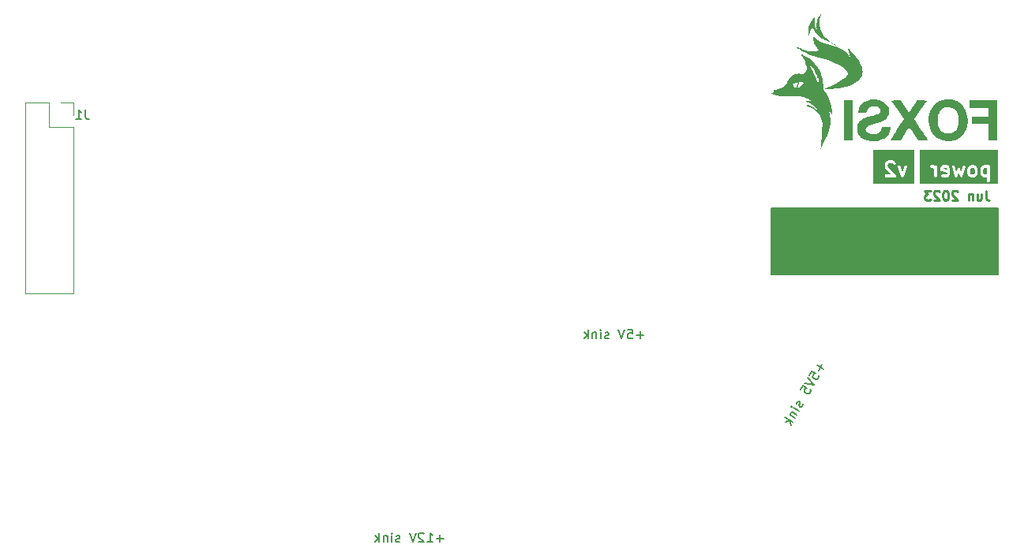
<source format=gbo>
%TF.GenerationSoftware,KiCad,Pcbnew,7.0.1-0*%
%TF.CreationDate,2023-07-14T11:12:34-05:00*%
%TF.ProjectId,power,706f7765-722e-46b6-9963-61645f706362,rev?*%
%TF.SameCoordinates,PXb5acc9ePY48ab840*%
%TF.FileFunction,Legend,Bot*%
%TF.FilePolarity,Positive*%
%FSLAX46Y46*%
G04 Gerber Fmt 4.6, Leading zero omitted, Abs format (unit mm)*
G04 Created by KiCad (PCBNEW 7.0.1-0) date 2023-07-14 11:12:34*
%MOMM*%
%LPD*%
G01*
G04 APERTURE LIST*
%ADD10C,0.150000*%
%ADD11C,0.304800*%
%ADD12C,0.254000*%
%ADD13C,0.120000*%
G04 APERTURE END LIST*
D10*
X-29718000Y-16382998D02*
X-5461000Y-16382998D01*
X-5461000Y-23494998D01*
X-29718000Y-23494998D01*
X-29718000Y-16382998D01*
G36*
X-29718000Y-16382998D02*
G01*
X-5461000Y-16382998D01*
X-5461000Y-23494998D01*
X-29718000Y-23494998D01*
X-29718000Y-16382998D01*
G37*
X-24303946Y-33101529D02*
X-24684898Y-33761358D01*
X-24164507Y-33621920D02*
X-24824336Y-33240968D01*
X-25697199Y-34276620D02*
X-25459104Y-33864227D01*
X-25459104Y-33864227D02*
X-25022901Y-34061083D01*
X-25022901Y-34061083D02*
X-25087950Y-34078513D01*
X-25087950Y-34078513D02*
X-25176809Y-34137182D01*
X-25176809Y-34137182D02*
X-25295856Y-34343379D01*
X-25295856Y-34343379D02*
X-25302236Y-34449667D01*
X-25302236Y-34449667D02*
X-25284806Y-34514716D01*
X-25284806Y-34514716D02*
X-25226137Y-34603574D01*
X-25226137Y-34603574D02*
X-25019941Y-34722622D01*
X-25019941Y-34722622D02*
X-24913652Y-34729001D01*
X-24913652Y-34729001D02*
X-24848604Y-34711571D01*
X-24848604Y-34711571D02*
X-24759745Y-34652902D01*
X-24759745Y-34652902D02*
X-24640698Y-34446706D01*
X-24640698Y-34446706D02*
X-24634318Y-34340418D01*
X-24634318Y-34340418D02*
X-24651748Y-34275369D01*
X-25863866Y-34565295D02*
X-25164507Y-35353971D01*
X-25164507Y-35353971D02*
X-26197199Y-35142646D01*
X-26601961Y-35843714D02*
X-26363866Y-35431321D01*
X-26363866Y-35431321D02*
X-25927663Y-35628177D01*
X-25927663Y-35628177D02*
X-25992712Y-35645607D01*
X-25992712Y-35645607D02*
X-26081571Y-35704276D01*
X-26081571Y-35704276D02*
X-26200618Y-35910472D01*
X-26200618Y-35910472D02*
X-26206998Y-36016760D01*
X-26206998Y-36016760D02*
X-26189568Y-36081809D01*
X-26189568Y-36081809D02*
X-26130899Y-36170668D01*
X-26130899Y-36170668D02*
X-25924703Y-36289715D01*
X-25924703Y-36289715D02*
X-25818414Y-36296095D01*
X-25818414Y-36296095D02*
X-25753366Y-36278665D01*
X-25753366Y-36278665D02*
X-25664507Y-36219996D01*
X-25664507Y-36219996D02*
X-25545460Y-36013800D01*
X-25545460Y-36013800D02*
X-25539080Y-35907511D01*
X-25539080Y-35907511D02*
X-25556510Y-35842463D01*
X-26372413Y-37350887D02*
X-26378793Y-37457176D01*
X-26378793Y-37457176D02*
X-26474031Y-37622133D01*
X-26474031Y-37622133D02*
X-26562890Y-37680802D01*
X-26562890Y-37680802D02*
X-26669178Y-37674422D01*
X-26669178Y-37674422D02*
X-26710417Y-37650613D01*
X-26710417Y-37650613D02*
X-26769086Y-37561754D01*
X-26769086Y-37561754D02*
X-26762706Y-37455466D01*
X-26762706Y-37455466D02*
X-26691278Y-37331748D01*
X-26691278Y-37331748D02*
X-26684898Y-37225460D01*
X-26684898Y-37225460D02*
X-26743567Y-37136602D01*
X-26743567Y-37136602D02*
X-26784806Y-37112792D01*
X-26784806Y-37112792D02*
X-26891095Y-37106412D01*
X-26891095Y-37106412D02*
X-26979953Y-37165082D01*
X-26979953Y-37165082D02*
X-27051382Y-37288799D01*
X-27051382Y-37288799D02*
X-27057761Y-37395088D01*
X-26759746Y-38117005D02*
X-27337096Y-37783671D01*
X-27625771Y-37617005D02*
X-27560722Y-37599575D01*
X-27560722Y-37599575D02*
X-27543292Y-37664624D01*
X-27543292Y-37664624D02*
X-27608341Y-37682053D01*
X-27608341Y-37682053D02*
X-27625771Y-37617005D01*
X-27625771Y-37617005D02*
X-27543292Y-37664624D01*
X-27575191Y-38196064D02*
X-26997841Y-38529397D01*
X-27492712Y-38243683D02*
X-27557761Y-38261113D01*
X-27557761Y-38261113D02*
X-27646619Y-38319782D01*
X-27646619Y-38319782D02*
X-27718048Y-38443500D01*
X-27718048Y-38443500D02*
X-27724428Y-38549788D01*
X-27724428Y-38549788D02*
X-27665759Y-38638646D01*
X-27665759Y-38638646D02*
X-27212126Y-38900551D01*
X-27450222Y-39312944D02*
X-28316247Y-38812944D01*
X-27827755Y-39204947D02*
X-27640698Y-39642859D01*
X-28218048Y-39309525D02*
X-27697657Y-39170087D01*
D11*
G36*
X-14438086Y-13755912D02*
G01*
X-18857686Y-13755912D01*
X-18857686Y-11811658D01*
X-17594016Y-11811658D01*
X-17580741Y-11851485D01*
X-17568906Y-11891790D01*
X-17566656Y-11893740D01*
X-17509889Y-12064043D01*
X-17502120Y-12099753D01*
X-17480099Y-12121774D01*
X-17462323Y-12147352D01*
X-17449017Y-12152856D01*
X-16859784Y-12742089D01*
X-17457198Y-12742089D01*
X-17521158Y-12760869D01*
X-17579766Y-12828507D01*
X-17592503Y-12917093D01*
X-17555325Y-12998503D01*
X-17480035Y-13046889D01*
X-16530756Y-13046889D01*
X-16525621Y-13049693D01*
X-16486418Y-13046889D01*
X-16469946Y-13046889D01*
X-16464642Y-13045331D01*
X-16436351Y-13043308D01*
X-16422541Y-13032969D01*
X-16405986Y-13028109D01*
X-16387412Y-13006672D01*
X-16364705Y-12989675D01*
X-16358676Y-12973508D01*
X-16347378Y-12960471D01*
X-16343342Y-12932400D01*
X-16333428Y-12905821D01*
X-16337096Y-12888959D01*
X-16334641Y-12871885D01*
X-16346423Y-12846087D01*
X-16352452Y-12818368D01*
X-16364653Y-12806167D01*
X-16371819Y-12790475D01*
X-16395679Y-12775141D01*
X-17229513Y-11941308D01*
X-17247414Y-11887605D01*
X-16215001Y-11887605D01*
X-15847496Y-12916620D01*
X-15848289Y-12930417D01*
X-15832708Y-12958027D01*
X-15829724Y-12966382D01*
X-15821989Y-12977022D01*
X-15804304Y-13008360D01*
X-15796031Y-13012728D01*
X-15790526Y-13020300D01*
X-15756982Y-13033347D01*
X-15725163Y-13050149D01*
X-15715839Y-13049351D01*
X-15707116Y-13052744D01*
X-15671848Y-13045586D01*
X-15635991Y-13042518D01*
X-15628578Y-13036805D01*
X-15619407Y-13034944D01*
X-15593610Y-13009858D01*
X-15565101Y-12987889D01*
X-15561954Y-12979075D01*
X-15555244Y-12972551D01*
X-15547104Y-12937496D01*
X-15179824Y-11909111D01*
X-15175998Y-11842561D01*
X-15219983Y-11764618D01*
X-15299124Y-11722828D01*
X-15388296Y-11730459D01*
X-15459186Y-11785089D01*
X-15693573Y-12441371D01*
X-15920277Y-11806596D01*
X-15959475Y-11752678D01*
X-16042885Y-11720234D01*
X-16130594Y-11738034D01*
X-16194757Y-11800427D01*
X-16215001Y-11887605D01*
X-17247414Y-11887605D01*
X-17282886Y-11781188D01*
X-17282886Y-11696752D01*
X-17237465Y-11605907D01*
X-17199868Y-11568310D01*
X-17109025Y-11522889D01*
X-16818119Y-11522889D01*
X-16727277Y-11568310D01*
X-16656698Y-11638889D01*
X-16598192Y-11670836D01*
X-16508923Y-11664451D01*
X-16437277Y-11610818D01*
X-16406000Y-11526963D01*
X-16425024Y-11439511D01*
X-16515727Y-11348808D01*
X-16528821Y-11326762D01*
X-16566376Y-11307984D01*
X-16603238Y-11287856D01*
X-16606208Y-11288068D01*
X-16706650Y-11237847D01*
X-16737394Y-11218089D01*
X-16768540Y-11218089D01*
X-16799193Y-11212573D01*
X-16812493Y-11218089D01*
X-17136796Y-11218089D01*
X-17173131Y-11214166D01*
X-17200987Y-11228093D01*
X-17230873Y-11236869D01*
X-17240304Y-11247752D01*
X-17341208Y-11298204D01*
X-17366264Y-11303655D01*
X-17395957Y-11333347D01*
X-17426706Y-11361950D01*
X-17427444Y-11364834D01*
X-17456967Y-11394357D01*
X-17479013Y-11407452D01*
X-17497788Y-11445002D01*
X-17517919Y-11481869D01*
X-17517707Y-11484839D01*
X-17567927Y-11585278D01*
X-17587686Y-11616026D01*
X-17587686Y-11647173D01*
X-17593202Y-11677825D01*
X-17587686Y-11691125D01*
X-17587686Y-11786810D01*
X-17594016Y-11811658D01*
X-18857686Y-11811658D01*
X-18857686Y-10120084D01*
X-14438086Y-10120084D01*
X-14438086Y-13755912D01*
G37*
G36*
X-6611258Y-12045248D02*
G01*
X-6611258Y-12727730D01*
X-6639976Y-12742089D01*
X-6858310Y-12742089D01*
X-6949152Y-12696668D01*
X-6986751Y-12659069D01*
X-7032172Y-12568226D01*
X-7032172Y-12204752D01*
X-6986750Y-12113907D01*
X-6949153Y-12076309D01*
X-6858310Y-12030889D01*
X-6639976Y-12030889D01*
X-6611258Y-12045248D01*
G37*
G36*
X-8000564Y-12076309D02*
G01*
X-7962965Y-12113908D01*
X-7917543Y-12204752D01*
X-7917543Y-12568226D01*
X-7962967Y-12659071D01*
X-8000562Y-12696667D01*
X-8091406Y-12742089D01*
X-8237167Y-12742089D01*
X-8328009Y-12696668D01*
X-8365608Y-12659069D01*
X-8411029Y-12568226D01*
X-8411029Y-12204752D01*
X-8365607Y-12113907D01*
X-8328010Y-12076309D01*
X-8237167Y-12030889D01*
X-8091406Y-12030889D01*
X-8000564Y-12076309D01*
G37*
G36*
X-10926736Y-12064651D02*
G01*
X-10892971Y-12132180D01*
X-10892971Y-12200591D01*
X-11306716Y-12117841D01*
X-11280122Y-12064651D01*
X-11212595Y-12030889D01*
X-10994261Y-12030889D01*
X-10926736Y-12064651D01*
G37*
G36*
X-5421086Y-13755912D02*
G01*
X-13832114Y-13755912D01*
X-13832114Y-11901093D01*
X-12712074Y-11901093D01*
X-12674896Y-11982503D01*
X-12599606Y-12030889D01*
X-12445691Y-12030889D01*
X-12354849Y-12076309D01*
X-12317250Y-12113908D01*
X-12271829Y-12204751D01*
X-12271829Y-12916401D01*
X-12253049Y-12980361D01*
X-12185411Y-13038969D01*
X-12096825Y-13051706D01*
X-12015415Y-13014528D01*
X-11967029Y-12939238D01*
X-11967029Y-12232678D01*
X-11624882Y-12232678D01*
X-11618685Y-12259027D01*
X-11618685Y-12263258D01*
X-11613684Y-12280290D01*
X-11604392Y-12319798D01*
X-11601169Y-12322914D01*
X-11599905Y-12327218D01*
X-11569229Y-12353799D01*
X-11540053Y-12382010D01*
X-11535657Y-12382889D01*
X-11532267Y-12385826D01*
X-11492090Y-12391602D01*
X-10892971Y-12511427D01*
X-10892971Y-12640798D01*
X-10926736Y-12708326D01*
X-10994261Y-12742089D01*
X-11212595Y-12742089D01*
X-11345158Y-12675808D01*
X-11410764Y-12664002D01*
X-11493433Y-12698289D01*
X-11544442Y-12771826D01*
X-11547597Y-12861268D01*
X-11501894Y-12938217D01*
X-11324067Y-13027129D01*
X-11293320Y-13046889D01*
X-11262176Y-13046889D01*
X-11231521Y-13052406D01*
X-11218219Y-13046889D01*
X-10966489Y-13046889D01*
X-10930154Y-13050812D01*
X-10902298Y-13036883D01*
X-10872413Y-13028109D01*
X-10862984Y-13017226D01*
X-10779716Y-12975592D01*
X-10773794Y-12975801D01*
X-10740055Y-12955761D01*
X-10725389Y-12948429D01*
X-10721292Y-12944617D01*
X-10696845Y-12930098D01*
X-10689162Y-12914730D01*
X-10676580Y-12903028D01*
X-10669536Y-12875479D01*
X-10607930Y-12752268D01*
X-10588171Y-12721524D01*
X-10588171Y-12690381D01*
X-10582654Y-12659726D01*
X-10588171Y-12646424D01*
X-10588171Y-12412665D01*
X-10581974Y-12395157D01*
X-10588171Y-12368808D01*
X-10588171Y-12104407D01*
X-10584248Y-12068072D01*
X-10598177Y-12040216D01*
X-10606951Y-12010331D01*
X-10617834Y-12000901D01*
X-10659469Y-11917631D01*
X-10659260Y-11911710D01*
X-10679301Y-11877968D01*
X-10679621Y-11877329D01*
X-10391402Y-11877329D01*
X-10096728Y-12908690D01*
X-10098241Y-12924594D01*
X-10084665Y-12950908D01*
X-10082803Y-12957425D01*
X-10074659Y-12970303D01*
X-10057207Y-13004130D01*
X-10051004Y-13007709D01*
X-10047174Y-13013765D01*
X-10012657Y-13029834D01*
X-9979688Y-13048856D01*
X-9972534Y-13048513D01*
X-9966038Y-13051537D01*
X-9928317Y-13046394D01*
X-9890293Y-13044572D01*
X-9884459Y-13040414D01*
X-9877361Y-13039447D01*
X-9848410Y-13014728D01*
X-9817406Y-12992637D01*
X-9814746Y-12985986D01*
X-9809297Y-12981334D01*
X-9798304Y-12944880D01*
X-9652001Y-12579123D01*
X-9513901Y-12924372D01*
X-9513784Y-12940349D01*
X-9497593Y-12965143D01*
X-9495076Y-12971434D01*
X-9485663Y-12983411D01*
X-9464849Y-13015283D01*
X-9458313Y-13018210D01*
X-9453885Y-13023844D01*
X-9417914Y-13036305D01*
X-9383170Y-13051867D01*
X-9376086Y-13050795D01*
X-9369318Y-13053140D01*
X-9332329Y-13044177D01*
X-9294679Y-13038484D01*
X-9289299Y-13033752D01*
X-9282338Y-13032066D01*
X-9256066Y-13004529D01*
X-9227471Y-12979384D01*
X-9225503Y-12972494D01*
X-9220558Y-12967312D01*
X-9213344Y-12929936D01*
X-9000741Y-12185824D01*
X-8721346Y-12185824D01*
X-8715829Y-12199126D01*
X-8715829Y-12595999D01*
X-8719752Y-12632334D01*
X-8705824Y-12660189D01*
X-8697049Y-12690075D01*
X-8686167Y-12699504D01*
X-8635714Y-12800409D01*
X-8630263Y-12825466D01*
X-8600563Y-12855167D01*
X-8571967Y-12885909D01*
X-8569084Y-12886646D01*
X-8539561Y-12916169D01*
X-8526466Y-12938217D01*
X-8488910Y-12956994D01*
X-8452050Y-12977122D01*
X-8449080Y-12976909D01*
X-8348639Y-13027129D01*
X-8317892Y-13046889D01*
X-8286748Y-13046889D01*
X-8256093Y-13052406D01*
X-8242791Y-13046889D01*
X-8063634Y-13046889D01*
X-8027299Y-13050812D01*
X-7999444Y-13036884D01*
X-7969557Y-13028109D01*
X-7960128Y-13017226D01*
X-7859223Y-12966774D01*
X-7834164Y-12961323D01*
X-7804465Y-12931623D01*
X-7773723Y-12903028D01*
X-7772986Y-12900143D01*
X-7743462Y-12870619D01*
X-7721417Y-12857526D01*
X-7702644Y-12819979D01*
X-7682510Y-12783108D01*
X-7682723Y-12780137D01*
X-7632502Y-12679696D01*
X-7612743Y-12648952D01*
X-7612743Y-12617809D01*
X-7607226Y-12587154D01*
X-7612743Y-12573852D01*
X-7612743Y-12185824D01*
X-7342489Y-12185824D01*
X-7336972Y-12199126D01*
X-7336972Y-12595999D01*
X-7340895Y-12632334D01*
X-7326967Y-12660189D01*
X-7318192Y-12690075D01*
X-7307310Y-12699504D01*
X-7256857Y-12800409D01*
X-7251406Y-12825466D01*
X-7221706Y-12855167D01*
X-7193110Y-12885909D01*
X-7190227Y-12886646D01*
X-7160704Y-12916169D01*
X-7147609Y-12938217D01*
X-7110053Y-12956994D01*
X-7073193Y-12977122D01*
X-7070223Y-12976909D01*
X-6969782Y-13027129D01*
X-6939035Y-13046889D01*
X-6907891Y-13046889D01*
X-6877236Y-13052406D01*
X-6863934Y-13046889D01*
X-6612204Y-13046889D01*
X-6611258Y-13046991D01*
X-6611258Y-13424401D01*
X-6592478Y-13488361D01*
X-6524840Y-13546969D01*
X-6436254Y-13559706D01*
X-6354844Y-13522528D01*
X-6306458Y-13447238D01*
X-6306458Y-12841095D01*
X-6300123Y-12816321D01*
X-6306458Y-12797258D01*
X-6306458Y-11953752D01*
X-6304975Y-11911710D01*
X-6306458Y-11909213D01*
X-6306458Y-11856577D01*
X-6325238Y-11792617D01*
X-6392876Y-11734009D01*
X-6481462Y-11721272D01*
X-6531319Y-11744040D01*
X-6559251Y-11726089D01*
X-6590397Y-11726089D01*
X-6621050Y-11720573D01*
X-6634350Y-11726089D01*
X-6886081Y-11726089D01*
X-6922416Y-11722166D01*
X-6950273Y-11736093D01*
X-6980158Y-11744869D01*
X-6989588Y-11755751D01*
X-7090496Y-11806204D01*
X-7115550Y-11811655D01*
X-7145226Y-11841330D01*
X-7175992Y-11869949D01*
X-7176731Y-11872835D01*
X-7206253Y-11902358D01*
X-7228298Y-11915452D01*
X-7247072Y-11952998D01*
X-7267205Y-11989870D01*
X-7266993Y-11992840D01*
X-7317214Y-12093281D01*
X-7336972Y-12124026D01*
X-7336972Y-12155169D01*
X-7342489Y-12185824D01*
X-7612743Y-12185824D01*
X-7612743Y-12176979D01*
X-7608820Y-12140644D01*
X-7622749Y-12112788D01*
X-7631523Y-12082903D01*
X-7642406Y-12073473D01*
X-7692859Y-11972569D01*
X-7698309Y-11947512D01*
X-7728010Y-11917810D01*
X-7756605Y-11887069D01*
X-7759489Y-11886331D01*
X-7789013Y-11856807D01*
X-7802106Y-11834762D01*
X-7839645Y-11815992D01*
X-7876522Y-11795856D01*
X-7879494Y-11796068D01*
X-7979933Y-11745848D01*
X-8010680Y-11726089D01*
X-8041827Y-11726089D01*
X-8072479Y-11720573D01*
X-8085779Y-11726089D01*
X-8264938Y-11726089D01*
X-8301273Y-11722166D01*
X-8329130Y-11736093D01*
X-8359015Y-11744869D01*
X-8368445Y-11755751D01*
X-8469353Y-11806204D01*
X-8494407Y-11811655D01*
X-8524083Y-11841330D01*
X-8554849Y-11869949D01*
X-8555588Y-11872835D01*
X-8585110Y-11902358D01*
X-8607155Y-11915452D01*
X-8625929Y-11952998D01*
X-8646062Y-11989870D01*
X-8645850Y-11992840D01*
X-8696071Y-12093281D01*
X-8715829Y-12124026D01*
X-8715829Y-12155169D01*
X-8721346Y-12185824D01*
X-9000741Y-12185824D01*
X-8918873Y-11899287D01*
X-8919359Y-11832629D01*
X-8968294Y-11757694D01*
X-9049972Y-11721111D01*
X-9138464Y-11734494D01*
X-9205672Y-11793594D01*
X-9385781Y-12423974D01*
X-9496787Y-12146458D01*
X-9496045Y-12138670D01*
X-9513212Y-12105396D01*
X-9518638Y-12091830D01*
X-9523216Y-12086006D01*
X-9537079Y-12059134D01*
X-9550356Y-12051473D01*
X-9559829Y-12039420D01*
X-9588405Y-12029520D01*
X-9614598Y-12014408D01*
X-9629912Y-12015141D01*
X-9644396Y-12010124D01*
X-9673785Y-12017244D01*
X-9703993Y-12018692D01*
X-9716479Y-12027588D01*
X-9731376Y-12031198D01*
X-9752252Y-12053078D01*
X-9776880Y-12070627D01*
X-9782573Y-12084858D01*
X-9793156Y-12095951D01*
X-9798889Y-12125648D01*
X-9918220Y-12423975D01*
X-10092055Y-11815553D01*
X-10127684Y-11759213D01*
X-10208820Y-11721441D01*
X-10297497Y-11733531D01*
X-10365561Y-11791644D01*
X-10391402Y-11877329D01*
X-10679621Y-11877329D01*
X-10686632Y-11863306D01*
X-10690443Y-11859209D01*
X-10704963Y-11834762D01*
X-10720331Y-11827078D01*
X-10732033Y-11814497D01*
X-10759582Y-11807452D01*
X-10882792Y-11745847D01*
X-10913536Y-11726089D01*
X-10944682Y-11726089D01*
X-10975335Y-11720573D01*
X-10988635Y-11726089D01*
X-11240366Y-11726089D01*
X-11276701Y-11722166D01*
X-11304558Y-11736093D01*
X-11334443Y-11744869D01*
X-11343873Y-11755751D01*
X-11427143Y-11797385D01*
X-11433064Y-11797177D01*
X-11466798Y-11817212D01*
X-11481468Y-11824548D01*
X-11485568Y-11828361D01*
X-11510012Y-11842880D01*
X-11517695Y-11858245D01*
X-11530277Y-11869949D01*
X-11537323Y-11897500D01*
X-11598926Y-12020706D01*
X-11618685Y-12051454D01*
X-11618685Y-12082601D01*
X-11624201Y-12113253D01*
X-11618685Y-12126553D01*
X-11618685Y-12215170D01*
X-11624882Y-12232678D01*
X-11967029Y-12232678D01*
X-11967029Y-12176980D01*
X-11963106Y-12140645D01*
X-11967029Y-12132799D01*
X-11967029Y-11856577D01*
X-11985809Y-11792617D01*
X-12053447Y-11734009D01*
X-12142033Y-11721272D01*
X-12223443Y-11758450D01*
X-12244254Y-11790831D01*
X-12334218Y-11745848D01*
X-12364965Y-11726089D01*
X-12396112Y-11726089D01*
X-12426764Y-11720573D01*
X-12440064Y-11726089D01*
X-12576769Y-11726089D01*
X-12640729Y-11744869D01*
X-12699337Y-11812507D01*
X-12712074Y-11901093D01*
X-13832114Y-11901093D01*
X-13832114Y-10120084D01*
X-5421086Y-10120084D01*
X-5421086Y-13755912D01*
G37*
D10*
X-64881094Y-51820666D02*
X-65642998Y-51820666D01*
X-65262046Y-52201619D02*
X-65262046Y-51439714D01*
X-66642998Y-52201619D02*
X-66071570Y-52201619D01*
X-66357284Y-52201619D02*
X-66357284Y-51201619D01*
X-66357284Y-51201619D02*
X-66262046Y-51344476D01*
X-66262046Y-51344476D02*
X-66166808Y-51439714D01*
X-66166808Y-51439714D02*
X-66071570Y-51487333D01*
X-67023951Y-51296857D02*
X-67071570Y-51249238D01*
X-67071570Y-51249238D02*
X-67166808Y-51201619D01*
X-67166808Y-51201619D02*
X-67404903Y-51201619D01*
X-67404903Y-51201619D02*
X-67500141Y-51249238D01*
X-67500141Y-51249238D02*
X-67547760Y-51296857D01*
X-67547760Y-51296857D02*
X-67595379Y-51392095D01*
X-67595379Y-51392095D02*
X-67595379Y-51487333D01*
X-67595379Y-51487333D02*
X-67547760Y-51630190D01*
X-67547760Y-51630190D02*
X-66976332Y-52201619D01*
X-66976332Y-52201619D02*
X-67595379Y-52201619D01*
X-67881094Y-51201619D02*
X-68214427Y-52201619D01*
X-68214427Y-52201619D02*
X-68547760Y-51201619D01*
X-69595380Y-52154000D02*
X-69690618Y-52201619D01*
X-69690618Y-52201619D02*
X-69881094Y-52201619D01*
X-69881094Y-52201619D02*
X-69976332Y-52154000D01*
X-69976332Y-52154000D02*
X-70023951Y-52058761D01*
X-70023951Y-52058761D02*
X-70023951Y-52011142D01*
X-70023951Y-52011142D02*
X-69976332Y-51915904D01*
X-69976332Y-51915904D02*
X-69881094Y-51868285D01*
X-69881094Y-51868285D02*
X-69738237Y-51868285D01*
X-69738237Y-51868285D02*
X-69642999Y-51820666D01*
X-69642999Y-51820666D02*
X-69595380Y-51725428D01*
X-69595380Y-51725428D02*
X-69595380Y-51677809D01*
X-69595380Y-51677809D02*
X-69642999Y-51582571D01*
X-69642999Y-51582571D02*
X-69738237Y-51534952D01*
X-69738237Y-51534952D02*
X-69881094Y-51534952D01*
X-69881094Y-51534952D02*
X-69976332Y-51582571D01*
X-70452523Y-52201619D02*
X-70452523Y-51534952D01*
X-70452523Y-51201619D02*
X-70404904Y-51249238D01*
X-70404904Y-51249238D02*
X-70452523Y-51296857D01*
X-70452523Y-51296857D02*
X-70500142Y-51249238D01*
X-70500142Y-51249238D02*
X-70452523Y-51201619D01*
X-70452523Y-51201619D02*
X-70452523Y-51296857D01*
X-70928713Y-51534952D02*
X-70928713Y-52201619D01*
X-70928713Y-51630190D02*
X-70976332Y-51582571D01*
X-70976332Y-51582571D02*
X-71071570Y-51534952D01*
X-71071570Y-51534952D02*
X-71214427Y-51534952D01*
X-71214427Y-51534952D02*
X-71309665Y-51582571D01*
X-71309665Y-51582571D02*
X-71357284Y-51677809D01*
X-71357284Y-51677809D02*
X-71357284Y-52201619D01*
X-71833475Y-52201619D02*
X-71833475Y-51201619D01*
X-71928713Y-51820666D02*
X-72214427Y-52201619D01*
X-72214427Y-51534952D02*
X-71833475Y-51915904D01*
D12*
X-6755191Y-14480658D02*
X-6755191Y-15206373D01*
X-6755191Y-15206373D02*
X-6706810Y-15351516D01*
X-6706810Y-15351516D02*
X-6610048Y-15448278D01*
X-6610048Y-15448278D02*
X-6464905Y-15496658D01*
X-6464905Y-15496658D02*
X-6368143Y-15496658D01*
X-7674429Y-14819325D02*
X-7674429Y-15496658D01*
X-7239000Y-14819325D02*
X-7239000Y-15351516D01*
X-7239000Y-15351516D02*
X-7287381Y-15448278D01*
X-7287381Y-15448278D02*
X-7384143Y-15496658D01*
X-7384143Y-15496658D02*
X-7529286Y-15496658D01*
X-7529286Y-15496658D02*
X-7626048Y-15448278D01*
X-7626048Y-15448278D02*
X-7674429Y-15399897D01*
X-8158238Y-14819325D02*
X-8158238Y-15496658D01*
X-8158238Y-14916087D02*
X-8206619Y-14867706D01*
X-8206619Y-14867706D02*
X-8303381Y-14819325D01*
X-8303381Y-14819325D02*
X-8448524Y-14819325D01*
X-8448524Y-14819325D02*
X-8545286Y-14867706D01*
X-8545286Y-14867706D02*
X-8593667Y-14964468D01*
X-8593667Y-14964468D02*
X-8593667Y-15496658D01*
X-9803190Y-14577420D02*
X-9851571Y-14529039D01*
X-9851571Y-14529039D02*
X-9948333Y-14480658D01*
X-9948333Y-14480658D02*
X-10190238Y-14480658D01*
X-10190238Y-14480658D02*
X-10287000Y-14529039D01*
X-10287000Y-14529039D02*
X-10335381Y-14577420D01*
X-10335381Y-14577420D02*
X-10383762Y-14674182D01*
X-10383762Y-14674182D02*
X-10383762Y-14770944D01*
X-10383762Y-14770944D02*
X-10335381Y-14916087D01*
X-10335381Y-14916087D02*
X-9754809Y-15496658D01*
X-9754809Y-15496658D02*
X-10383762Y-15496658D01*
X-11012714Y-14480658D02*
X-11109476Y-14480658D01*
X-11109476Y-14480658D02*
X-11206238Y-14529039D01*
X-11206238Y-14529039D02*
X-11254619Y-14577420D01*
X-11254619Y-14577420D02*
X-11303000Y-14674182D01*
X-11303000Y-14674182D02*
X-11351381Y-14867706D01*
X-11351381Y-14867706D02*
X-11351381Y-15109611D01*
X-11351381Y-15109611D02*
X-11303000Y-15303135D01*
X-11303000Y-15303135D02*
X-11254619Y-15399897D01*
X-11254619Y-15399897D02*
X-11206238Y-15448278D01*
X-11206238Y-15448278D02*
X-11109476Y-15496658D01*
X-11109476Y-15496658D02*
X-11012714Y-15496658D01*
X-11012714Y-15496658D02*
X-10915952Y-15448278D01*
X-10915952Y-15448278D02*
X-10867571Y-15399897D01*
X-10867571Y-15399897D02*
X-10819190Y-15303135D01*
X-10819190Y-15303135D02*
X-10770809Y-15109611D01*
X-10770809Y-15109611D02*
X-10770809Y-14867706D01*
X-10770809Y-14867706D02*
X-10819190Y-14674182D01*
X-10819190Y-14674182D02*
X-10867571Y-14577420D01*
X-10867571Y-14577420D02*
X-10915952Y-14529039D01*
X-10915952Y-14529039D02*
X-11012714Y-14480658D01*
X-11738428Y-14577420D02*
X-11786809Y-14529039D01*
X-11786809Y-14529039D02*
X-11883571Y-14480658D01*
X-11883571Y-14480658D02*
X-12125476Y-14480658D01*
X-12125476Y-14480658D02*
X-12222238Y-14529039D01*
X-12222238Y-14529039D02*
X-12270619Y-14577420D01*
X-12270619Y-14577420D02*
X-12319000Y-14674182D01*
X-12319000Y-14674182D02*
X-12319000Y-14770944D01*
X-12319000Y-14770944D02*
X-12270619Y-14916087D01*
X-12270619Y-14916087D02*
X-11690047Y-15496658D01*
X-11690047Y-15496658D02*
X-12319000Y-15496658D01*
X-12657666Y-14480658D02*
X-13286619Y-14480658D01*
X-13286619Y-14480658D02*
X-12947952Y-14867706D01*
X-12947952Y-14867706D02*
X-13093095Y-14867706D01*
X-13093095Y-14867706D02*
X-13189857Y-14916087D01*
X-13189857Y-14916087D02*
X-13238238Y-14964468D01*
X-13238238Y-14964468D02*
X-13286619Y-15061230D01*
X-13286619Y-15061230D02*
X-13286619Y-15303135D01*
X-13286619Y-15303135D02*
X-13238238Y-15399897D01*
X-13238238Y-15399897D02*
X-13189857Y-15448278D01*
X-13189857Y-15448278D02*
X-13093095Y-15496658D01*
X-13093095Y-15496658D02*
X-12802809Y-15496658D01*
X-12802809Y-15496658D02*
X-12706047Y-15448278D01*
X-12706047Y-15448278D02*
X-12657666Y-15399897D01*
D10*
X-43418094Y-29976666D02*
X-44179998Y-29976666D01*
X-43799046Y-30357619D02*
X-43799046Y-29595714D01*
X-45132379Y-29357619D02*
X-44656189Y-29357619D01*
X-44656189Y-29357619D02*
X-44608570Y-29833809D01*
X-44608570Y-29833809D02*
X-44656189Y-29786190D01*
X-44656189Y-29786190D02*
X-44751427Y-29738571D01*
X-44751427Y-29738571D02*
X-44989522Y-29738571D01*
X-44989522Y-29738571D02*
X-45084760Y-29786190D01*
X-45084760Y-29786190D02*
X-45132379Y-29833809D01*
X-45132379Y-29833809D02*
X-45179998Y-29929047D01*
X-45179998Y-29929047D02*
X-45179998Y-30167142D01*
X-45179998Y-30167142D02*
X-45132379Y-30262380D01*
X-45132379Y-30262380D02*
X-45084760Y-30310000D01*
X-45084760Y-30310000D02*
X-44989522Y-30357619D01*
X-44989522Y-30357619D02*
X-44751427Y-30357619D01*
X-44751427Y-30357619D02*
X-44656189Y-30310000D01*
X-44656189Y-30310000D02*
X-44608570Y-30262380D01*
X-45465713Y-29357619D02*
X-45799046Y-30357619D01*
X-45799046Y-30357619D02*
X-46132379Y-29357619D01*
X-47179999Y-30310000D02*
X-47275237Y-30357619D01*
X-47275237Y-30357619D02*
X-47465713Y-30357619D01*
X-47465713Y-30357619D02*
X-47560951Y-30310000D01*
X-47560951Y-30310000D02*
X-47608570Y-30214761D01*
X-47608570Y-30214761D02*
X-47608570Y-30167142D01*
X-47608570Y-30167142D02*
X-47560951Y-30071904D01*
X-47560951Y-30071904D02*
X-47465713Y-30024285D01*
X-47465713Y-30024285D02*
X-47322856Y-30024285D01*
X-47322856Y-30024285D02*
X-47227618Y-29976666D01*
X-47227618Y-29976666D02*
X-47179999Y-29881428D01*
X-47179999Y-29881428D02*
X-47179999Y-29833809D01*
X-47179999Y-29833809D02*
X-47227618Y-29738571D01*
X-47227618Y-29738571D02*
X-47322856Y-29690952D01*
X-47322856Y-29690952D02*
X-47465713Y-29690952D01*
X-47465713Y-29690952D02*
X-47560951Y-29738571D01*
X-48037142Y-30357619D02*
X-48037142Y-29690952D01*
X-48037142Y-29357619D02*
X-47989523Y-29405238D01*
X-47989523Y-29405238D02*
X-48037142Y-29452857D01*
X-48037142Y-29452857D02*
X-48084761Y-29405238D01*
X-48084761Y-29405238D02*
X-48037142Y-29357619D01*
X-48037142Y-29357619D02*
X-48037142Y-29452857D01*
X-48513332Y-29690952D02*
X-48513332Y-30357619D01*
X-48513332Y-29786190D02*
X-48560951Y-29738571D01*
X-48560951Y-29738571D02*
X-48656189Y-29690952D01*
X-48656189Y-29690952D02*
X-48799046Y-29690952D01*
X-48799046Y-29690952D02*
X-48894284Y-29738571D01*
X-48894284Y-29738571D02*
X-48941903Y-29833809D01*
X-48941903Y-29833809D02*
X-48941903Y-30357619D01*
X-49418094Y-30357619D02*
X-49418094Y-29357619D01*
X-49513332Y-29976666D02*
X-49799046Y-30357619D01*
X-49799046Y-29690952D02*
X-49418094Y-30071904D01*
%TO.C,J1*%
X-103298667Y-5812617D02*
X-103298667Y-6526902D01*
X-103298667Y-6526902D02*
X-103251048Y-6669759D01*
X-103251048Y-6669759D02*
X-103155810Y-6764998D01*
X-103155810Y-6764998D02*
X-103012953Y-6812617D01*
X-103012953Y-6812617D02*
X-102917715Y-6812617D01*
X-104298667Y-6812617D02*
X-103727239Y-6812617D01*
X-104012953Y-6812617D02*
X-104012953Y-5812617D01*
X-104012953Y-5812617D02*
X-103917715Y-5955474D01*
X-103917715Y-5955474D02*
X-103822477Y-6050712D01*
X-103822477Y-6050712D02*
X-103727239Y-6098331D01*
D13*
X-104587998Y-25496828D02*
X-109787998Y-25496828D01*
X-104587998Y-7656828D02*
X-104587998Y-25496828D01*
X-104587998Y-7656828D02*
X-107187998Y-7656828D01*
X-104587998Y-6386828D02*
X-104587998Y-5056828D01*
X-104587998Y-5056828D02*
X-105917998Y-5056828D01*
X-107187998Y-7656828D02*
X-107187998Y-5056828D01*
X-107187998Y-5056828D02*
X-109787998Y-5056828D01*
X-109787998Y-5056828D02*
X-109787998Y-25496828D01*
%TO.C,G\u002A\u002A\u002A*%
G36*
X-24401959Y-7757260D02*
G01*
X-24414787Y-7770089D01*
X-24427616Y-7757260D01*
X-24414787Y-7744432D01*
X-24401959Y-7757260D01*
G37*
G36*
X-24376303Y-7924028D02*
G01*
X-24378154Y-7937611D01*
X-24393407Y-7941132D01*
X-24396477Y-7937372D01*
X-24393407Y-7906924D01*
X-24385690Y-7902910D01*
X-24376303Y-7924028D01*
G37*
G36*
X-24429641Y-7626840D02*
G01*
X-24431455Y-7652862D01*
X-24443117Y-7660514D01*
X-24448201Y-7651437D01*
X-24445142Y-7611339D01*
X-24435907Y-7599463D01*
X-24429641Y-7626840D01*
G37*
G36*
X-24453272Y-7513523D02*
G01*
X-24455124Y-7527106D01*
X-24470377Y-7530627D01*
X-24473447Y-7526867D01*
X-24470377Y-7496419D01*
X-24462660Y-7492405D01*
X-24453272Y-7513523D01*
G37*
G36*
X-30157582Y-3647934D02*
G01*
X-30153568Y-3655651D01*
X-30174686Y-3665038D01*
X-30188269Y-3663187D01*
X-30191791Y-3647934D01*
X-30188030Y-3644863D01*
X-30157582Y-3647934D01*
G37*
G36*
X-20989636Y-6923422D02*
G01*
X-20989636Y-9052917D01*
X-21464282Y-9052917D01*
X-21938929Y-9052917D01*
X-21938929Y-6923422D01*
X-21938929Y-4793927D01*
X-21464282Y-4793927D01*
X-20989636Y-4793927D01*
X-20989636Y-6923422D01*
G37*
G36*
X-26106638Y-6000940D02*
G01*
X-26082464Y-6025442D01*
X-26077685Y-6034526D01*
X-26079436Y-6051099D01*
X-26083947Y-6049944D01*
X-26108121Y-6025442D01*
X-26112900Y-6016358D01*
X-26111149Y-5999786D01*
X-26106638Y-6000940D01*
G37*
G36*
X-27923811Y-4827460D02*
G01*
X-27919400Y-4828730D01*
X-27915601Y-4836539D01*
X-27955393Y-4840238D01*
X-27961469Y-4840274D01*
X-28001634Y-4836834D01*
X-28000781Y-4828411D01*
X-27979699Y-4823704D01*
X-27923811Y-4827460D01*
G37*
G36*
X-5493070Y-6923422D02*
G01*
X-5493070Y-9052917D01*
X-5967717Y-9052917D01*
X-6442363Y-9052917D01*
X-6442363Y-8180594D01*
X-6442363Y-7308270D01*
X-7327515Y-7308270D01*
X-8212666Y-7308270D01*
X-8212666Y-6923422D01*
X-8212666Y-6538574D01*
X-7327515Y-6538574D01*
X-6442363Y-6538574D01*
X-6442363Y-6063927D01*
X-6442363Y-5589281D01*
X-7468626Y-5589281D01*
X-8494888Y-5589281D01*
X-8494888Y-5191604D01*
X-8494888Y-4793927D01*
X-6993979Y-4793927D01*
X-5493070Y-4793927D01*
X-5493070Y-6923422D01*
G37*
G36*
X-23304245Y1427327D02*
G01*
X-23238727Y1395944D01*
X-23148687Y1347380D01*
X-23042731Y1286831D01*
X-22929464Y1219492D01*
X-22817494Y1150557D01*
X-22715424Y1085222D01*
X-22631863Y1028682D01*
X-22575415Y986132D01*
X-22554686Y962767D01*
X-22556416Y956681D01*
X-22568920Y956718D01*
X-22600832Y970403D01*
X-22660603Y1001552D01*
X-22756682Y1053980D01*
X-22776396Y1064909D01*
X-22880592Y1125114D01*
X-22990703Y1192033D01*
X-23098385Y1260187D01*
X-23195295Y1324099D01*
X-23273089Y1378290D01*
X-23323424Y1417283D01*
X-23337955Y1435599D01*
X-23336635Y1436334D01*
X-23304245Y1427327D01*
G37*
G36*
X-8689171Y-6833624D02*
G01*
X-8687965Y-6846649D01*
X-8700561Y-7195886D01*
X-8710273Y-7282124D01*
X-8765150Y-7593998D01*
X-8849479Y-7870801D01*
X-8966699Y-8120231D01*
X-9120252Y-8349986D01*
X-9313576Y-8567765D01*
X-9423106Y-8671404D01*
X-9629664Y-8832912D01*
X-9847954Y-8956943D01*
X-10089998Y-9049767D01*
X-10367818Y-9117654D01*
X-10410332Y-9124902D01*
X-10588207Y-9141943D01*
X-10791744Y-9145479D01*
X-11002485Y-9136170D01*
X-11201972Y-9114679D01*
X-11371748Y-9081667D01*
X-11518794Y-9035801D01*
X-11741443Y-8941191D01*
X-11954313Y-8823375D01*
X-12136660Y-8692897D01*
X-12284527Y-8555444D01*
X-12479504Y-8317424D01*
X-12637706Y-8046994D01*
X-12757484Y-7747766D01*
X-12837186Y-7423352D01*
X-12875162Y-7077361D01*
X-12875705Y-7060923D01*
X-11915157Y-7060923D01*
X-11889837Y-7307440D01*
X-11839108Y-7526351D01*
X-11824612Y-7569692D01*
X-11724223Y-7793150D01*
X-11593049Y-7983933D01*
X-11435199Y-8136974D01*
X-11254780Y-8247206D01*
X-11084217Y-8304593D01*
X-10881551Y-8335144D01*
X-10671786Y-8334796D01*
X-10471012Y-8303641D01*
X-10295320Y-8241771D01*
X-10196354Y-8185960D01*
X-10025598Y-8046347D01*
X-9885366Y-7868509D01*
X-9776990Y-7655383D01*
X-9701802Y-7409904D01*
X-9661134Y-7135005D01*
X-9656318Y-6833624D01*
X-9660932Y-6753460D01*
X-9700182Y-6460944D01*
X-9772601Y-6205061D01*
X-9877520Y-5986745D01*
X-10014267Y-5806928D01*
X-10182173Y-5666544D01*
X-10380568Y-5566524D01*
X-10608782Y-5507801D01*
X-10612881Y-5507170D01*
X-10855244Y-5493338D01*
X-11080199Y-5526747D01*
X-11284799Y-5605423D01*
X-11466100Y-5727392D01*
X-11621156Y-5890680D01*
X-11747021Y-6093315D01*
X-11840749Y-6333321D01*
X-11889478Y-6553020D01*
X-11915045Y-6803787D01*
X-11915157Y-7060923D01*
X-12875705Y-7060923D01*
X-12878030Y-6990573D01*
X-12863951Y-6633239D01*
X-12808676Y-6296834D01*
X-12714004Y-5984212D01*
X-12581732Y-5698224D01*
X-12413659Y-5441725D01*
X-12211583Y-5217566D01*
X-11977302Y-5028600D01*
X-11712614Y-4877682D01*
X-11419318Y-4767662D01*
X-11322469Y-4744729D01*
X-11148999Y-4718298D01*
X-10953030Y-4701179D01*
X-10751332Y-4694247D01*
X-10560673Y-4698375D01*
X-10397824Y-4714437D01*
X-10127170Y-4776438D01*
X-9845060Y-4885817D01*
X-9585015Y-5034449D01*
X-9354308Y-5218115D01*
X-9160212Y-5432593D01*
X-9064234Y-5570526D01*
X-8909735Y-5857754D01*
X-8794335Y-6170744D01*
X-8719817Y-6502656D01*
X-8689171Y-6833624D01*
G37*
G36*
X-24400377Y4475012D02*
G01*
X-24428559Y4401750D01*
X-24507068Y4178510D01*
X-24567556Y3894847D01*
X-24592787Y3601586D01*
X-24581648Y3313198D01*
X-24533025Y3044154D01*
X-24464943Y2829919D01*
X-24319509Y2510705D01*
X-24126130Y2207409D01*
X-23885726Y1921403D01*
X-23599218Y1654056D01*
X-23516058Y1584178D01*
X-23444760Y1522971D01*
X-23398289Y1481523D01*
X-23384027Y1466275D01*
X-23413416Y1473471D01*
X-23483760Y1498531D01*
X-23583927Y1537814D01*
X-23704792Y1587406D01*
X-23837231Y1643391D01*
X-23972120Y1701857D01*
X-24100333Y1758889D01*
X-24212748Y1810572D01*
X-24300238Y1852992D01*
X-24353680Y1882236D01*
X-24436712Y1938848D01*
X-24655180Y2120575D01*
X-24861863Y2338483D01*
X-25047032Y2581587D01*
X-25200958Y2838901D01*
X-25223867Y2882906D01*
X-25268996Y2968160D01*
X-25302701Y3029873D01*
X-25318995Y3056982D01*
X-25333402Y3055731D01*
X-25370881Y3023313D01*
X-25421333Y2964091D01*
X-25476968Y2888201D01*
X-25529996Y2805779D01*
X-25572627Y2726962D01*
X-25594401Y2674348D01*
X-25632915Y2554734D01*
X-25668502Y2415639D01*
X-25696277Y2277062D01*
X-25711357Y2159002D01*
X-25714283Y2152135D01*
X-25730403Y2170020D01*
X-25755250Y2223144D01*
X-25771847Y2276468D01*
X-25786046Y2364345D01*
X-25793809Y2484553D01*
X-25796040Y2646477D01*
X-25794453Y2791365D01*
X-25788646Y2902055D01*
X-25776464Y2993796D01*
X-25755752Y3082797D01*
X-25724353Y3185265D01*
X-25718568Y3202691D01*
X-25671813Y3331323D01*
X-25618512Y3462420D01*
X-25569099Y3570113D01*
X-25521272Y3657509D01*
X-25446373Y3779921D01*
X-25360645Y3909538D01*
X-25273036Y4033351D01*
X-25192492Y4138351D01*
X-25127961Y4211527D01*
X-25063077Y4275669D01*
X-25078171Y4198699D01*
X-25084883Y4149134D01*
X-25093513Y4058155D01*
X-25102417Y3941733D01*
X-25110465Y3813333D01*
X-25112214Y3778621D01*
X-25112500Y3524391D01*
X-25090013Y3299616D01*
X-25045769Y3108878D01*
X-24980785Y2956758D01*
X-24896080Y2847840D01*
X-24853803Y2811248D01*
X-24840893Y2808612D01*
X-24850640Y2838901D01*
X-24857406Y2860474D01*
X-24871110Y2945135D01*
X-24880053Y3063178D01*
X-24884210Y3201929D01*
X-24883554Y3348712D01*
X-24878059Y3490854D01*
X-24867698Y3615680D01*
X-24852446Y3710516D01*
X-24818966Y3829149D01*
X-24740141Y4029600D01*
X-24640226Y4219427D01*
X-24529070Y4378295D01*
X-24469176Y4448213D01*
X-24419436Y4498535D01*
X-24396919Y4507371D01*
X-24400377Y4475012D01*
G37*
G36*
X-15954455Y-4798500D02*
G01*
X-15878433Y-4800366D01*
X-15845393Y-4803244D01*
X-15841793Y-4806257D01*
X-15813753Y-4842420D01*
X-15763201Y-4914844D01*
X-15693775Y-5018075D01*
X-15609115Y-5146656D01*
X-15512860Y-5295133D01*
X-15408649Y-5458048D01*
X-15373615Y-5513086D01*
X-15272519Y-5670940D01*
X-15181242Y-5812050D01*
X-15103295Y-5931085D01*
X-15042187Y-6022712D01*
X-15001428Y-6081598D01*
X-14984529Y-6102412D01*
X-14982230Y-6100497D01*
X-14958402Y-6067478D01*
X-14912395Y-5997632D01*
X-14847648Y-5896375D01*
X-14767602Y-5769124D01*
X-14675699Y-5621295D01*
X-14575377Y-5458305D01*
X-14546281Y-5410902D01*
X-14447102Y-5250755D01*
X-14356606Y-5106782D01*
X-14278370Y-4984527D01*
X-14215971Y-4889536D01*
X-14172986Y-4827353D01*
X-14152993Y-4803524D01*
X-14148862Y-4802664D01*
X-14103503Y-4800034D01*
X-14017058Y-4798380D01*
X-13897591Y-4797754D01*
X-13753166Y-4798211D01*
X-13591849Y-4799803D01*
X-13058520Y-4806755D01*
X-13740045Y-5813991D01*
X-14421571Y-6821227D01*
X-13701489Y-7900894D01*
X-13667561Y-7951782D01*
X-13528446Y-8160805D01*
X-13398551Y-8356551D01*
X-13280635Y-8534826D01*
X-13177457Y-8691434D01*
X-13091778Y-8822177D01*
X-13026356Y-8922862D01*
X-12983950Y-8989291D01*
X-12967320Y-9017269D01*
X-12966620Y-9025632D01*
X-12979227Y-9035799D01*
X-13013670Y-9042876D01*
X-13075841Y-9047201D01*
X-13171631Y-9049111D01*
X-13306932Y-9048942D01*
X-13487635Y-9047032D01*
X-14022035Y-9040089D01*
X-14481926Y-8326186D01*
X-14581063Y-8172776D01*
X-14692040Y-8002881D01*
X-14780423Y-7870429D01*
X-14848759Y-7771891D01*
X-14899594Y-7703737D01*
X-14935477Y-7662438D01*
X-14958953Y-7644465D01*
X-14972570Y-7646287D01*
X-14979569Y-7655605D01*
X-15012379Y-7704353D01*
X-15067084Y-7788383D01*
X-15140139Y-7902160D01*
X-15227997Y-8040147D01*
X-15327111Y-8196807D01*
X-15433937Y-8366604D01*
X-15864551Y-9052917D01*
X-16428626Y-9052917D01*
X-16570586Y-9052688D01*
X-16723328Y-9051453D01*
X-16834615Y-9048814D01*
X-16910129Y-9044396D01*
X-16955547Y-9037827D01*
X-16976551Y-9028732D01*
X-16978819Y-9016739D01*
X-16977445Y-9013979D01*
X-16954725Y-8976950D01*
X-16906863Y-8902431D01*
X-16836619Y-8794618D01*
X-16746754Y-8657710D01*
X-16640030Y-8495904D01*
X-16519208Y-8313399D01*
X-16387048Y-8114393D01*
X-16246313Y-7903082D01*
X-15527690Y-6825604D01*
X-16203503Y-5816180D01*
X-16879315Y-4806755D01*
X-16375957Y-4799780D01*
X-16357205Y-4799527D01*
X-16202163Y-4798027D01*
X-16065139Y-4797703D01*
X-15954455Y-4798500D01*
G37*
G36*
X-18490137Y-4704237D02*
G01*
X-18305034Y-4722953D01*
X-18154585Y-4752575D01*
X-17953913Y-4820773D01*
X-17723961Y-4936449D01*
X-17523756Y-5081212D01*
X-17358393Y-5250524D01*
X-17232971Y-5439847D01*
X-17152585Y-5644643D01*
X-17135811Y-5725796D01*
X-17120183Y-5878273D01*
X-17117930Y-6042298D01*
X-17129026Y-6197503D01*
X-17153445Y-6323517D01*
X-17172436Y-6379537D01*
X-17267121Y-6560239D01*
X-17405941Y-6726851D01*
X-17583747Y-6873979D01*
X-17795393Y-6996229D01*
X-17838465Y-7016412D01*
X-17911510Y-7048535D01*
X-17987537Y-7078375D01*
X-18074337Y-7108420D01*
X-18179702Y-7141160D01*
X-18311423Y-7179082D01*
X-18477291Y-7224677D01*
X-18685098Y-7280431D01*
X-18725454Y-7291261D01*
X-18971128Y-7361540D01*
X-19170666Y-7428169D01*
X-19328186Y-7493868D01*
X-19447810Y-7561352D01*
X-19533657Y-7633342D01*
X-19589847Y-7712553D01*
X-19620502Y-7801703D01*
X-19629742Y-7903512D01*
X-19615191Y-8008375D01*
X-19552676Y-8132957D01*
X-19440755Y-8243926D01*
X-19427217Y-8253891D01*
X-19282520Y-8329809D01*
X-19106149Y-8379493D01*
X-18909652Y-8402331D01*
X-18704576Y-8397711D01*
X-18502469Y-8365020D01*
X-18314879Y-8303645D01*
X-18203846Y-8239329D01*
X-18089148Y-8135487D01*
X-17996087Y-8011097D01*
X-17933657Y-7878483D01*
X-17910848Y-7749968D01*
X-17910609Y-7719321D01*
X-17906256Y-7680968D01*
X-17891109Y-7653536D01*
X-17858413Y-7635196D01*
X-17801416Y-7624118D01*
X-17713365Y-7618471D01*
X-17587507Y-7616425D01*
X-17417089Y-7616149D01*
X-16954477Y-7616149D01*
X-16971803Y-7807342D01*
X-16985764Y-7918580D01*
X-17051639Y-8176265D01*
X-17161040Y-8407554D01*
X-17312570Y-8610408D01*
X-17504829Y-8782784D01*
X-17736417Y-8922642D01*
X-17773537Y-8940486D01*
X-17971632Y-9022440D01*
X-18177788Y-9083111D01*
X-18413293Y-9128990D01*
X-18424598Y-9130694D01*
X-18567876Y-9143207D01*
X-18743358Y-9146261D01*
X-18934549Y-9140648D01*
X-19124953Y-9127161D01*
X-19298073Y-9106595D01*
X-19437414Y-9079741D01*
X-19501958Y-9061939D01*
X-19696969Y-8992727D01*
X-19884301Y-8905137D01*
X-20049454Y-8806523D01*
X-20177926Y-8704237D01*
X-20298378Y-8574272D01*
X-20419991Y-8393753D01*
X-20500298Y-8197202D01*
X-20542309Y-7976665D01*
X-20549038Y-7724186D01*
X-20536228Y-7550884D01*
X-20504413Y-7390885D01*
X-20448339Y-7253501D01*
X-20361977Y-7124421D01*
X-20239293Y-6989339D01*
X-20216249Y-6966576D01*
X-20119105Y-6878294D01*
X-20020515Y-6804227D01*
X-19912293Y-6740556D01*
X-19786252Y-6683461D01*
X-19634202Y-6629122D01*
X-19447959Y-6573718D01*
X-19219333Y-6513429D01*
X-19118789Y-6487819D01*
X-18858579Y-6419717D01*
X-18643081Y-6359477D01*
X-18468214Y-6305013D01*
X-18329898Y-6254242D01*
X-18224054Y-6205079D01*
X-18146603Y-6155441D01*
X-18093464Y-6103241D01*
X-18060559Y-6046397D01*
X-18043808Y-5982824D01*
X-18039131Y-5910438D01*
X-18039268Y-5898954D01*
X-18066413Y-5756915D01*
X-18138425Y-5636260D01*
X-18252091Y-5540829D01*
X-18404196Y-5474459D01*
X-18520210Y-5449891D01*
X-18692090Y-5438075D01*
X-18870310Y-5448050D01*
X-19036737Y-5478549D01*
X-19173238Y-5528300D01*
X-19199645Y-5543081D01*
X-19308015Y-5631042D01*
X-19396444Y-5744748D01*
X-19449848Y-5865795D01*
X-19459682Y-5903555D01*
X-19479835Y-5980804D01*
X-19493199Y-6031856D01*
X-19497171Y-6041994D01*
X-19511696Y-6055418D01*
X-19542179Y-6064894D01*
X-19595691Y-6071092D01*
X-19679302Y-6074687D01*
X-19800083Y-6076350D01*
X-19965102Y-6076755D01*
X-20425191Y-6076755D01*
X-20424746Y-5993372D01*
X-20420135Y-5933213D01*
X-20406638Y-5838526D01*
X-20387438Y-5736026D01*
X-20370843Y-5667487D01*
X-20283927Y-5442854D01*
X-20153951Y-5243372D01*
X-19983315Y-5071145D01*
X-19774416Y-4928279D01*
X-19529655Y-4816881D01*
X-19251429Y-4739054D01*
X-19098099Y-4715436D01*
X-18902197Y-4700287D01*
X-18694367Y-4696618D01*
X-18490137Y-4704237D01*
G37*
G36*
X-24265687Y-2485118D02*
G01*
X-24217351Y-2738014D01*
X-24177999Y-3196806D01*
X-24174899Y-3271473D01*
X-24167850Y-3396796D01*
X-24159780Y-3497197D01*
X-24151461Y-3563885D01*
X-24143665Y-3588068D01*
X-24127462Y-3583852D01*
X-24069053Y-3562245D01*
X-23977480Y-3525437D01*
X-23861038Y-3476969D01*
X-23728022Y-3420380D01*
X-23586726Y-3359210D01*
X-23445444Y-3297001D01*
X-23312471Y-3237292D01*
X-23196101Y-3183624D01*
X-23177214Y-3174729D01*
X-22839717Y-3007220D01*
X-22537685Y-2840619D01*
X-22272898Y-2676408D01*
X-22047133Y-2516071D01*
X-21862170Y-2361091D01*
X-21719788Y-2212951D01*
X-21621767Y-2073136D01*
X-21569885Y-1943127D01*
X-21565921Y-1824409D01*
X-21575533Y-1782185D01*
X-21641102Y-1630419D01*
X-21755732Y-1477318D01*
X-21919853Y-1322514D01*
X-22133896Y-1165637D01*
X-22398292Y-1006321D01*
X-22713472Y-844197D01*
X-22932546Y-743017D01*
X-23277231Y-598302D01*
X-23626623Y-467653D01*
X-23969137Y-355054D01*
X-24293190Y-264489D01*
X-24587196Y-199939D01*
X-24756039Y-165475D01*
X-25177744Y-49823D01*
X-25604999Y107032D01*
X-26027798Y300693D01*
X-26436132Y526765D01*
X-26819996Y780853D01*
X-26823347Y783280D01*
X-26918657Y853339D01*
X-26995486Y911721D01*
X-27046063Y952391D01*
X-27062622Y969316D01*
X-27056365Y968646D01*
X-27014162Y952830D01*
X-26941683Y921115D01*
X-26849747Y878135D01*
X-26647245Y786040D01*
X-26347867Y667941D01*
X-26055509Y573296D01*
X-25776882Y503697D01*
X-25518698Y460734D01*
X-25287669Y445999D01*
X-25090505Y461082D01*
X-25038600Y471697D01*
X-24932781Y501787D01*
X-24830236Y540042D01*
X-24742593Y581316D01*
X-24681480Y620460D01*
X-24658525Y652327D01*
X-24659212Y655553D01*
X-24681570Y690941D01*
X-24729122Y750238D01*
X-24793222Y822518D01*
X-24870358Y917469D01*
X-24962128Y1055296D01*
X-25051553Y1212311D01*
X-25132790Y1376583D01*
X-25199995Y1536183D01*
X-25247325Y1679184D01*
X-25268937Y1793655D01*
X-25271173Y1846328D01*
X-25266049Y1953444D01*
X-25248518Y2030978D01*
X-25238402Y2052850D01*
X-25207837Y2096651D01*
X-25182330Y2108130D01*
X-25171656Y2080933D01*
X-25154890Y2044328D01*
X-25105652Y1983432D01*
X-25032862Y1908499D01*
X-24945516Y1828220D01*
X-24852614Y1751287D01*
X-24763155Y1686390D01*
X-24735543Y1668360D01*
X-24520527Y1541750D01*
X-24285590Y1427871D01*
X-24022884Y1323567D01*
X-23724560Y1225680D01*
X-23382771Y1131052D01*
X-23378914Y1130061D01*
X-23136318Y1066190D01*
X-22933977Y1009148D01*
X-22761986Y955675D01*
X-22610443Y902509D01*
X-22469443Y846389D01*
X-22329083Y784054D01*
X-22085539Y660105D01*
X-21860071Y516718D01*
X-21676034Y362624D01*
X-21528267Y193438D01*
X-21411605Y4772D01*
X-21408759Y-750D01*
X-21362410Y-88331D01*
X-21322276Y-160246D01*
X-21296765Y-201402D01*
X-21288526Y-210705D01*
X-21276393Y-204449D01*
X-21279055Y-154487D01*
X-21295743Y-64558D01*
X-21325684Y61599D01*
X-21368110Y220246D01*
X-21422249Y407645D01*
X-21434443Y448565D01*
X-21477412Y595028D01*
X-21504435Y699034D01*
X-21512772Y761303D01*
X-21499686Y782554D01*
X-21462438Y763508D01*
X-21398290Y704886D01*
X-21304504Y607407D01*
X-21178342Y471791D01*
X-20966264Y236714D01*
X-20694151Y-89639D01*
X-20466608Y-396556D01*
X-20282671Y-685764D01*
X-20141374Y-958987D01*
X-20041753Y-1217950D01*
X-19982843Y-1464380D01*
X-19963678Y-1700001D01*
X-19976797Y-1881374D01*
X-20036851Y-2118958D01*
X-20145058Y-2340888D01*
X-20300870Y-2546744D01*
X-20503744Y-2736109D01*
X-20753132Y-2908562D01*
X-21048490Y-3063685D01*
X-21389271Y-3201059D01*
X-21774931Y-3320264D01*
X-22204922Y-3420883D01*
X-22361957Y-3450534D01*
X-22630143Y-3493971D01*
X-22915686Y-3532861D01*
X-23205134Y-3565729D01*
X-23485033Y-3591101D01*
X-23741929Y-3607503D01*
X-23962369Y-3613460D01*
X-24177021Y-3613725D01*
X-24087885Y-3712388D01*
X-24013825Y-3800004D01*
X-23857089Y-4022868D01*
X-23709279Y-4283101D01*
X-23575032Y-4571196D01*
X-23458988Y-4877644D01*
X-23365783Y-5192935D01*
X-23337720Y-5311528D01*
X-23306313Y-5462525D01*
X-23277185Y-5620531D01*
X-23251285Y-5778376D01*
X-23229561Y-5928888D01*
X-23212960Y-6064898D01*
X-23202430Y-6179234D01*
X-23198919Y-6264725D01*
X-23203374Y-6314202D01*
X-23216745Y-6320493D01*
X-23226333Y-6308252D01*
X-23260924Y-6256860D01*
X-23313744Y-6174316D01*
X-23379594Y-6068796D01*
X-23453277Y-5948473D01*
X-23501870Y-5868998D01*
X-23563536Y-5770170D01*
X-23610602Y-5697279D01*
X-23639146Y-5656354D01*
X-23645246Y-5653422D01*
X-23607948Y-5759490D01*
X-23564181Y-5890393D01*
X-23530523Y-6002924D01*
X-23501820Y-6114741D01*
X-23472914Y-6243497D01*
X-23469201Y-6261359D01*
X-23440363Y-6452882D01*
X-23422343Y-6677275D01*
X-23415275Y-6918884D01*
X-23419296Y-7162059D01*
X-23434544Y-7391145D01*
X-23461155Y-7590493D01*
X-23466561Y-7619921D01*
X-23578450Y-8085814D01*
X-23739535Y-8548710D01*
X-23950505Y-9010337D01*
X-24212051Y-9472426D01*
X-24276172Y-9587843D01*
X-24340910Y-9724176D01*
X-24391562Y-9850738D01*
X-24404185Y-9886417D01*
X-24435594Y-9969874D01*
X-24459525Y-10025855D01*
X-24471584Y-10043763D01*
X-24472343Y-10039591D01*
X-24469412Y-9996975D01*
X-24459764Y-9916308D01*
X-24444589Y-9806955D01*
X-24425080Y-9678279D01*
X-24407835Y-9559910D01*
X-24391708Y-9420894D01*
X-24379532Y-9272742D01*
X-24370628Y-9104915D01*
X-24364315Y-8906870D01*
X-24359912Y-8668068D01*
X-24358040Y-8555369D01*
X-24351161Y-8301100D01*
X-24341284Y-8090105D01*
X-24328554Y-7925044D01*
X-24313115Y-7808574D01*
X-24311536Y-7799775D01*
X-24293170Y-7666586D01*
X-24279923Y-7515573D01*
X-24274571Y-7377744D01*
X-24275698Y-7297099D01*
X-24309254Y-6987577D01*
X-24389202Y-6699905D01*
X-24515427Y-6434339D01*
X-24687813Y-6191139D01*
X-24906244Y-5970561D01*
X-25010364Y-5885629D01*
X-25123868Y-5805196D01*
X-25254953Y-5724713D01*
X-25413702Y-5637998D01*
X-25610195Y-5538868D01*
X-25641872Y-5523253D01*
X-25756038Y-5465910D01*
X-25851708Y-5416239D01*
X-25919638Y-5379111D01*
X-25950590Y-5359398D01*
X-25951085Y-5334312D01*
X-25906651Y-5304114D01*
X-25821948Y-5289236D01*
X-25702590Y-5306745D01*
X-25556117Y-5355760D01*
X-25387569Y-5434232D01*
X-25201988Y-5540107D01*
X-25004412Y-5671335D01*
X-24902925Y-5743247D01*
X-24813129Y-5805796D01*
X-24758488Y-5840830D01*
X-24735268Y-5849490D01*
X-24739735Y-5832916D01*
X-24768152Y-5792250D01*
X-24816785Y-5728632D01*
X-24819322Y-5725341D01*
X-25035216Y-5485168D01*
X-25278812Y-5286995D01*
X-25351922Y-5241372D01*
X-25464709Y-5178271D01*
X-25595319Y-5109984D01*
X-25728266Y-5044356D01*
X-25848063Y-4989230D01*
X-25939222Y-4952454D01*
X-25968333Y-4941144D01*
X-26011546Y-4910945D01*
X-26003564Y-4879910D01*
X-25944460Y-4846527D01*
X-25928247Y-4840566D01*
X-25816980Y-4830747D01*
X-25684851Y-4865226D01*
X-25534435Y-4943034D01*
X-25368306Y-5063204D01*
X-25355602Y-5073459D01*
X-25288307Y-5124300D01*
X-25240901Y-5154246D01*
X-25222969Y-5157105D01*
X-25234514Y-5125988D01*
X-25274270Y-5064324D01*
X-25333609Y-4986955D01*
X-25403346Y-4905107D01*
X-25474296Y-4830010D01*
X-25537273Y-4772890D01*
X-25576382Y-4742538D01*
X-25721124Y-4643965D01*
X-25876453Y-4562487D01*
X-26062613Y-4487089D01*
X-26117161Y-4467384D01*
X-26215590Y-4433615D01*
X-26308319Y-4405536D01*
X-26401050Y-4382608D01*
X-26499485Y-4364289D01*
X-26609323Y-4350038D01*
X-26736268Y-4339316D01*
X-26886018Y-4331580D01*
X-27064277Y-4326289D01*
X-27276744Y-4322904D01*
X-27529122Y-4320883D01*
X-27827111Y-4319684D01*
X-27986005Y-4319170D01*
X-28233149Y-4318086D01*
X-28437544Y-4316593D01*
X-28604683Y-4314460D01*
X-28740057Y-4311455D01*
X-28849160Y-4307347D01*
X-28937484Y-4301904D01*
X-29010522Y-4294896D01*
X-29073766Y-4286091D01*
X-29132708Y-4275258D01*
X-29192842Y-4262165D01*
X-29257235Y-4246555D01*
X-29399202Y-4205726D01*
X-29524022Y-4161306D01*
X-29623421Y-4116804D01*
X-29689128Y-4075729D01*
X-29712868Y-4041590D01*
X-29712731Y-4039350D01*
X-29688342Y-4004733D01*
X-29634689Y-3972416D01*
X-29561405Y-3921081D01*
X-29503807Y-3833951D01*
X-29481959Y-3732861D01*
X-29480641Y-3709956D01*
X-29466379Y-3681717D01*
X-29426113Y-3664781D01*
X-29347262Y-3651556D01*
X-29108204Y-3600132D01*
X-28847469Y-3505980D01*
X-28592612Y-3376975D01*
X-28357585Y-3219213D01*
X-28291686Y-3167450D01*
X-28212503Y-3099044D01*
X-28158795Y-3039240D01*
X-28154804Y-3032676D01*
X-27421316Y-3032676D01*
X-27408989Y-3092406D01*
X-27388206Y-3169595D01*
X-27363630Y-3248300D01*
X-27339922Y-3312579D01*
X-27321743Y-3346492D01*
X-27307145Y-3356478D01*
X-27247223Y-3379250D01*
X-27168161Y-3396315D01*
X-27121477Y-3402699D01*
X-27073297Y-3404701D01*
X-27057414Y-3391625D01*
X-27062214Y-3359431D01*
X-27064316Y-3328086D01*
X-27052220Y-3248830D01*
X-27025194Y-3149001D01*
X-26988385Y-3044298D01*
X-26946942Y-2950420D01*
X-26906012Y-2883067D01*
X-26887211Y-2861875D01*
X-26837712Y-2830019D01*
X-26801845Y-2841041D01*
X-26788020Y-2894153D01*
X-26788459Y-2904813D01*
X-26802359Y-2980732D01*
X-26831065Y-3080565D01*
X-26868164Y-3185799D01*
X-26907245Y-3277923D01*
X-26941897Y-3338425D01*
X-26944262Y-3341448D01*
X-26978956Y-3390236D01*
X-26993272Y-3418933D01*
X-26981085Y-3430362D01*
X-26931518Y-3426870D01*
X-26839333Y-3404139D01*
X-26755476Y-3366841D01*
X-26647398Y-3279543D01*
X-26552836Y-3157699D01*
X-26549818Y-3152889D01*
X-26464947Y-3059472D01*
X-26357730Y-3012017D01*
X-26226610Y-3009819D01*
X-26108121Y-3026484D01*
X-26185090Y-2960417D01*
X-26285007Y-2885737D01*
X-26453786Y-2804476D01*
X-26628740Y-2772467D01*
X-26806127Y-2790733D01*
X-26842954Y-2801056D01*
X-26921599Y-2825878D01*
X-27020810Y-2858983D01*
X-27129036Y-2896315D01*
X-27234728Y-2933815D01*
X-27326334Y-2967427D01*
X-27392306Y-2993093D01*
X-27421093Y-3006756D01*
X-27421316Y-3032676D01*
X-28154804Y-3032676D01*
X-28120051Y-2975513D01*
X-28085760Y-2895341D01*
X-28084291Y-2891543D01*
X-28009486Y-2734854D01*
X-27906603Y-2567396D01*
X-27788558Y-2408305D01*
X-27668265Y-2276717D01*
X-27589708Y-2205691D01*
X-27409113Y-2073729D01*
X-27223157Y-1985357D01*
X-27020495Y-1935980D01*
X-26789777Y-1921004D01*
X-26764656Y-1921222D01*
X-26648038Y-1925572D01*
X-26542165Y-1934277D01*
X-26467313Y-1945778D01*
X-26428261Y-1953923D01*
X-26373476Y-1955574D01*
X-26320156Y-1936157D01*
X-26247361Y-1890399D01*
X-26238489Y-1884300D01*
X-26101414Y-1761061D01*
X-26007489Y-1612246D01*
X-25956695Y-1437463D01*
X-25949015Y-1236320D01*
X-25984431Y-1008423D01*
X-26062927Y-753379D01*
X-26129302Y-599079D01*
X-25891029Y-599079D01*
X-25618317Y-1073725D01*
X-25574537Y-1150195D01*
X-25408727Y-1445964D01*
X-25270544Y-1703671D01*
X-25158405Y-1926431D01*
X-25070727Y-2117363D01*
X-25005926Y-2279584D01*
X-24990160Y-2324606D01*
X-24959643Y-2433695D01*
X-24948472Y-2532941D01*
X-24955642Y-2641839D01*
X-24980149Y-2779887D01*
X-24996034Y-2856856D01*
X-24902024Y-2758593D01*
X-24864020Y-2721171D01*
X-24817821Y-2683244D01*
X-24794059Y-2674285D01*
X-24791259Y-2694374D01*
X-24800057Y-2755914D01*
X-24820718Y-2847372D01*
X-24850523Y-2958086D01*
X-24871295Y-3026484D01*
X-24886757Y-3077396D01*
X-24926700Y-3194640D01*
X-24930267Y-3204513D01*
X-24959165Y-3288471D01*
X-24977754Y-3349727D01*
X-24982153Y-3375619D01*
X-24967251Y-3371272D01*
X-24933275Y-3335024D01*
X-24891441Y-3275648D01*
X-24851224Y-3205456D01*
X-24825588Y-3150939D01*
X-24774936Y-3019079D01*
X-24731264Y-2874589D01*
X-24697174Y-2729447D01*
X-24675268Y-2595631D01*
X-24668147Y-2485118D01*
X-24678413Y-2409888D01*
X-24690789Y-2379550D01*
X-24710170Y-2366267D01*
X-24744781Y-2395162D01*
X-24760632Y-2410926D01*
X-24783398Y-2427760D01*
X-24798824Y-2417861D01*
X-24813215Y-2373476D01*
X-24832877Y-2286854D01*
X-24866529Y-2158843D01*
X-24965727Y-1894133D01*
X-25105894Y-1616476D01*
X-25283464Y-1331875D01*
X-25494871Y-1046330D01*
X-25736547Y-765846D01*
X-25891029Y-599079D01*
X-26129302Y-599079D01*
X-26184485Y-470796D01*
X-26201021Y-437202D01*
X-26272748Y-300940D01*
X-26352542Y-160345D01*
X-26425998Y-41048D01*
X-26457619Y7840D01*
X-26505725Y84905D01*
X-26536493Y138009D01*
X-26544350Y157790D01*
X-26538424Y157222D01*
X-26487574Y142388D01*
X-26405539Y111307D01*
X-26304452Y69170D01*
X-26196448Y21171D01*
X-26093661Y-27497D01*
X-26008222Y-71643D01*
X-25670255Y-282195D01*
X-25342398Y-542059D01*
X-25053247Y-834625D01*
X-24803638Y-1158466D01*
X-24594407Y-1512154D01*
X-24426392Y-1894260D01*
X-24300428Y-2303356D01*
X-24265687Y-2485118D01*
G37*
%TD*%
M02*

</source>
